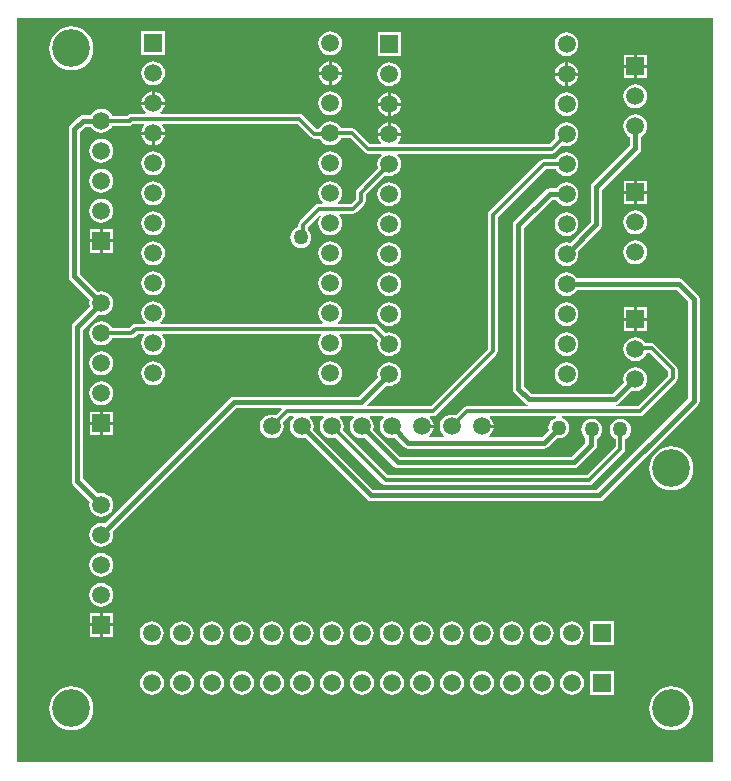
<source format=gbl>
G04*
G04 #@! TF.GenerationSoftware,Altium Limited,Altium Designer,20.1.8 (145)*
G04*
G04 Layer_Physical_Order=2*
G04 Layer_Color=16711680*
%FSLAX25Y25*%
%MOIN*%
G70*
G04*
G04 #@! TF.SameCoordinates,D239A609-AEFB-48DA-8D67-1FFB9F5ED150*
G04*
G04*
G04 #@! TF.FilePolarity,Positive*
G04*
G01*
G75*
%ADD11C,0.01000*%
%ADD19C,0.01799*%
%ADD20C,0.01201*%
%ADD21C,0.05906*%
%ADD22R,0.05906X0.05906*%
%ADD23R,0.05906X0.05906*%
%ADD24C,0.12598*%
%ADD25C,0.05000*%
G36*
X234000Y2000D02*
X2000D01*
Y250000D01*
X234000D01*
Y2000D01*
D02*
G37*
%LPC*%
G36*
X51197Y245685D02*
X43291D01*
Y237779D01*
X51197D01*
Y245685D01*
D02*
G37*
G36*
X106299Y245719D02*
X105267Y245583D01*
X104306Y245185D01*
X103480Y244551D01*
X102847Y243726D01*
X102448Y242764D01*
X102312Y241732D01*
X102448Y240700D01*
X102847Y239739D01*
X103480Y238913D01*
X104306Y238280D01*
X105267Y237881D01*
X106299Y237745D01*
X107331Y237881D01*
X108293Y238280D01*
X109118Y238913D01*
X109752Y239739D01*
X110150Y240700D01*
X110286Y241732D01*
X110150Y242764D01*
X109752Y243726D01*
X109118Y244551D01*
X108293Y245185D01*
X107331Y245583D01*
X106299Y245719D01*
D02*
G37*
G36*
X129937Y245370D02*
X122031D01*
Y237465D01*
X129937D01*
Y245370D01*
D02*
G37*
G36*
X185039Y245404D02*
X184008Y245268D01*
X183046Y244870D01*
X182220Y244236D01*
X181587Y243411D01*
X181188Y242449D01*
X181052Y241417D01*
X181188Y240385D01*
X181587Y239424D01*
X182220Y238598D01*
X183046Y237965D01*
X184008Y237566D01*
X185039Y237431D01*
X186071Y237566D01*
X187033Y237965D01*
X187858Y238598D01*
X188492Y239424D01*
X188890Y240385D01*
X189026Y241417D01*
X188890Y242449D01*
X188492Y243411D01*
X187858Y244236D01*
X187033Y244870D01*
X186071Y245268D01*
X185039Y245404D01*
D02*
G37*
G36*
X211953Y237953D02*
X208500D01*
Y234500D01*
X211953D01*
Y237953D01*
D02*
G37*
G36*
X207500D02*
X204047D01*
Y234500D01*
X207500D01*
Y237953D01*
D02*
G37*
G36*
X20000Y247335D02*
X18569Y247194D01*
X17193Y246776D01*
X15925Y246098D01*
X14814Y245186D01*
X13902Y244075D01*
X13224Y242807D01*
X12806Y241431D01*
X12665Y240000D01*
X12806Y238569D01*
X13224Y237193D01*
X13902Y235925D01*
X14814Y234814D01*
X15925Y233902D01*
X17193Y233224D01*
X18569Y232806D01*
X20000Y232665D01*
X21431Y232806D01*
X22807Y233224D01*
X24075Y233902D01*
X25186Y234814D01*
X26098Y235925D01*
X26776Y237193D01*
X27194Y238569D01*
X27334Y240000D01*
X27194Y241431D01*
X26776Y242807D01*
X26098Y244075D01*
X25186Y245186D01*
X24075Y246098D01*
X22807Y246776D01*
X21431Y247194D01*
X20000Y247335D01*
D02*
G37*
G36*
X106799Y235653D02*
Y232232D01*
X110220D01*
X110150Y232764D01*
X109752Y233726D01*
X109118Y234551D01*
X108293Y235185D01*
X107331Y235583D01*
X106799Y235653D01*
D02*
G37*
G36*
X105799D02*
X105267Y235583D01*
X104306Y235185D01*
X103480Y234551D01*
X102847Y233726D01*
X102448Y232764D01*
X102378Y232232D01*
X105799D01*
Y235653D01*
D02*
G37*
G36*
X185539Y235338D02*
Y231917D01*
X188960D01*
X188890Y232449D01*
X188492Y233411D01*
X187858Y234237D01*
X187033Y234870D01*
X186071Y235268D01*
X185539Y235338D01*
D02*
G37*
G36*
X184539D02*
X184008Y235268D01*
X183046Y234870D01*
X182220Y234237D01*
X181587Y233411D01*
X181188Y232449D01*
X181118Y231917D01*
X184539D01*
Y235338D01*
D02*
G37*
G36*
X211953Y233500D02*
X208500D01*
Y230047D01*
X211953D01*
Y233500D01*
D02*
G37*
G36*
X207500D02*
X204047D01*
Y230047D01*
X207500D01*
Y233500D01*
D02*
G37*
G36*
X110220Y231232D02*
X106799D01*
Y227811D01*
X107331Y227881D01*
X108293Y228280D01*
X109118Y228913D01*
X109752Y229739D01*
X110150Y230700D01*
X110220Y231232D01*
D02*
G37*
G36*
X105799D02*
X102378D01*
X102448Y230700D01*
X102847Y229739D01*
X103480Y228913D01*
X104306Y228280D01*
X105267Y227881D01*
X105799Y227811D01*
Y231232D01*
D02*
G37*
G36*
X47244Y235719D02*
X46212Y235583D01*
X45251Y235185D01*
X44425Y234551D01*
X43791Y233726D01*
X43393Y232764D01*
X43257Y231732D01*
X43393Y230700D01*
X43791Y229739D01*
X44425Y228913D01*
X45251Y228280D01*
X46212Y227881D01*
X47244Y227745D01*
X48276Y227881D01*
X49237Y228280D01*
X50063Y228913D01*
X50697Y229739D01*
X51095Y230700D01*
X51231Y231732D01*
X51095Y232764D01*
X50697Y233726D01*
X50063Y234551D01*
X49237Y235185D01*
X48276Y235583D01*
X47244Y235719D01*
D02*
G37*
G36*
X184539Y230917D02*
X181118D01*
X181188Y230385D01*
X181587Y229424D01*
X182220Y228598D01*
X183046Y227965D01*
X184008Y227566D01*
X184539Y227496D01*
Y230917D01*
D02*
G37*
G36*
X188960D02*
X185539D01*
Y227496D01*
X186071Y227566D01*
X187033Y227965D01*
X187858Y228598D01*
X188492Y229424D01*
X188890Y230385D01*
X188960Y230917D01*
D02*
G37*
G36*
X125984Y235404D02*
X124952Y235268D01*
X123991Y234870D01*
X123165Y234237D01*
X122531Y233411D01*
X122133Y232449D01*
X121997Y231417D01*
X122133Y230385D01*
X122531Y229424D01*
X123165Y228598D01*
X123991Y227965D01*
X124952Y227566D01*
X125984Y227431D01*
X127016Y227566D01*
X127978Y227965D01*
X128803Y228598D01*
X129437Y229424D01*
X129835Y230385D01*
X129971Y231417D01*
X129835Y232449D01*
X129437Y233411D01*
X128803Y234237D01*
X127978Y234870D01*
X127016Y235268D01*
X125984Y235404D01*
D02*
G37*
G36*
X47744Y225653D02*
Y222232D01*
X51165D01*
X51095Y222764D01*
X50697Y223726D01*
X50063Y224551D01*
X49237Y225185D01*
X48276Y225583D01*
X47744Y225653D01*
D02*
G37*
G36*
X46744D02*
X46212Y225583D01*
X45251Y225185D01*
X44425Y224551D01*
X43791Y223726D01*
X43393Y222764D01*
X43323Y222232D01*
X46744D01*
Y225653D01*
D02*
G37*
G36*
X126484Y225338D02*
Y221917D01*
X129905D01*
X129835Y222449D01*
X129437Y223411D01*
X128803Y224236D01*
X127978Y224870D01*
X127016Y225268D01*
X126484Y225338D01*
D02*
G37*
G36*
X125484D02*
X124952Y225268D01*
X123991Y224870D01*
X123165Y224236D01*
X122531Y223411D01*
X122133Y222449D01*
X122063Y221917D01*
X125484D01*
Y225338D01*
D02*
G37*
G36*
X208000Y227987D02*
X206968Y227851D01*
X206007Y227453D01*
X205181Y226819D01*
X204547Y225993D01*
X204149Y225032D01*
X204013Y224000D01*
X204149Y222968D01*
X204547Y222007D01*
X205181Y221181D01*
X206007Y220547D01*
X206968Y220149D01*
X208000Y220013D01*
X209032Y220149D01*
X209993Y220547D01*
X210819Y221181D01*
X211453Y222007D01*
X211851Y222968D01*
X211987Y224000D01*
X211851Y225032D01*
X211453Y225993D01*
X210819Y226819D01*
X209993Y227453D01*
X209032Y227851D01*
X208000Y227987D01*
D02*
G37*
G36*
X106299Y225719D02*
X105267Y225583D01*
X104306Y225185D01*
X103480Y224551D01*
X102847Y223726D01*
X102448Y222764D01*
X102312Y221732D01*
X102448Y220700D01*
X102847Y219739D01*
X103480Y218913D01*
X104306Y218280D01*
X105267Y217881D01*
X106299Y217745D01*
X107331Y217881D01*
X108293Y218280D01*
X109118Y218913D01*
X109752Y219739D01*
X110150Y220700D01*
X110286Y221732D01*
X110150Y222764D01*
X109752Y223726D01*
X109118Y224551D01*
X108293Y225185D01*
X107331Y225583D01*
X106299Y225719D01*
D02*
G37*
G36*
X51165Y221232D02*
X47244D01*
X43323D01*
X43393Y220700D01*
X43791Y219739D01*
X44425Y218913D01*
X44792Y218632D01*
X44622Y218132D01*
X40000D01*
X39376Y218007D01*
X38846Y217654D01*
X38690Y217498D01*
X33602D01*
X33453Y217860D01*
X32819Y218685D01*
X31993Y219319D01*
X31032Y219717D01*
X30000Y219853D01*
X28968Y219717D01*
X28007Y219319D01*
X27181Y218685D01*
X26547Y217860D01*
X26524Y217803D01*
X23866D01*
X23125Y217655D01*
X22497Y217236D01*
X19631Y214370D01*
X19211Y213741D01*
X19063Y213000D01*
Y164000D01*
X19211Y163259D01*
X19631Y162630D01*
X26172Y156088D01*
X26149Y156032D01*
X26013Y155000D01*
X26149Y153968D01*
X26172Y153911D01*
X20630Y148370D01*
X20211Y147741D01*
X20063Y147000D01*
Y95835D01*
X20211Y95094D01*
X20630Y94465D01*
X26172Y88923D01*
X26149Y88867D01*
X26013Y87835D01*
X26149Y86803D01*
X26547Y85841D01*
X27181Y85015D01*
X28007Y84382D01*
X28968Y83984D01*
X30000Y83848D01*
X31032Y83984D01*
X31993Y84382D01*
X32819Y85015D01*
X33453Y85841D01*
X33851Y86803D01*
X33987Y87835D01*
X33851Y88867D01*
X33453Y89828D01*
X32819Y90654D01*
X31993Y91287D01*
X31032Y91686D01*
X30000Y91821D01*
X28968Y91686D01*
X28912Y91662D01*
X23937Y96637D01*
Y146198D01*
X28912Y151172D01*
X28968Y151149D01*
X30000Y151013D01*
X31032Y151149D01*
X31993Y151547D01*
X32819Y152181D01*
X33453Y153007D01*
X33851Y153968D01*
X33987Y155000D01*
X33851Y156032D01*
X33453Y156993D01*
X32819Y157819D01*
X31993Y158453D01*
X31032Y158851D01*
X30000Y158987D01*
X28968Y158851D01*
X28912Y158828D01*
X22937Y164802D01*
Y212198D01*
X24668Y213929D01*
X26524D01*
X26547Y213873D01*
X27181Y213047D01*
X28007Y212413D01*
X28968Y212015D01*
X30000Y211879D01*
X31032Y212015D01*
X31993Y212413D01*
X32819Y213047D01*
X33453Y213873D01*
X33602Y214234D01*
X39366D01*
X39991Y214359D01*
X40520Y214712D01*
X40676Y214868D01*
X44050D01*
X44284Y214368D01*
X43791Y213726D01*
X43393Y212764D01*
X43323Y212232D01*
X47244D01*
X51165D01*
X51095Y212764D01*
X50697Y213726D01*
X50204Y214368D01*
X50438Y214868D01*
X95324D01*
X99846Y210346D01*
X100376Y209993D01*
X101000Y209868D01*
X102793D01*
X102847Y209739D01*
X103480Y208913D01*
X104306Y208280D01*
X105267Y207881D01*
X106299Y207745D01*
X107331Y207881D01*
X108293Y208280D01*
X109118Y208913D01*
X109752Y209739D01*
X109902Y210101D01*
X112994D01*
X117748Y205346D01*
X118278Y204993D01*
X118902Y204868D01*
X123211D01*
X123372Y204395D01*
X123165Y204237D01*
X122531Y203411D01*
X122133Y202449D01*
X121997Y201417D01*
X122133Y200385D01*
X122283Y200024D01*
X115346Y193087D01*
X114992Y192558D01*
X114868Y191933D01*
Y189676D01*
X113324Y188132D01*
X108921D01*
X108752Y188632D01*
X109118Y188913D01*
X109752Y189739D01*
X110150Y190700D01*
X110286Y191732D01*
X110150Y192764D01*
X109752Y193726D01*
X109118Y194551D01*
X108293Y195185D01*
X107331Y195583D01*
X106299Y195719D01*
X105267Y195583D01*
X104306Y195185D01*
X103480Y194551D01*
X102847Y193726D01*
X102448Y192764D01*
X102312Y191732D01*
X102448Y190700D01*
X102847Y189739D01*
X103480Y188913D01*
X103847Y188632D01*
X103677Y188132D01*
X102500D01*
X101876Y188007D01*
X101346Y187654D01*
X96073Y182381D01*
X95719Y181851D01*
X95595Y181227D01*
Y180411D01*
X95586Y180410D01*
X94735Y180057D01*
X94004Y179496D01*
X93443Y178765D01*
X93090Y177914D01*
X92970Y177000D01*
X93090Y176086D01*
X93443Y175235D01*
X94004Y174504D01*
X94735Y173943D01*
X95586Y173590D01*
X96500Y173470D01*
X97414Y173590D01*
X98265Y173943D01*
X98996Y174504D01*
X99557Y175235D01*
X99910Y176086D01*
X100030Y177000D01*
X99910Y177914D01*
X99557Y178765D01*
X98996Y179496D01*
X98859Y179602D01*
Y180551D01*
X102820Y184512D01*
X103196Y184181D01*
X102847Y183726D01*
X102448Y182764D01*
X102312Y181732D01*
X102448Y180700D01*
X102847Y179739D01*
X103480Y178913D01*
X104306Y178280D01*
X105267Y177881D01*
X106299Y177745D01*
X107331Y177881D01*
X108293Y178280D01*
X109118Y178913D01*
X109752Y179739D01*
X110150Y180700D01*
X110286Y181732D01*
X110150Y182764D01*
X109752Y183726D01*
X109259Y184368D01*
X109494Y184868D01*
X114000D01*
X114624Y184993D01*
X115154Y185346D01*
X117654Y187846D01*
X118008Y188376D01*
X118132Y189000D01*
Y191257D01*
X124591Y197716D01*
X124952Y197566D01*
X125984Y197431D01*
X127016Y197566D01*
X127978Y197965D01*
X128803Y198598D01*
X129437Y199424D01*
X129835Y200385D01*
X129971Y201417D01*
X129835Y202449D01*
X129437Y203411D01*
X128803Y204237D01*
X128597Y204395D01*
X128758Y204868D01*
X180122D01*
X180746Y204993D01*
X181276Y205346D01*
X183646Y207716D01*
X184008Y207566D01*
X185039Y207431D01*
X186071Y207566D01*
X187033Y207965D01*
X187858Y208598D01*
X188492Y209424D01*
X188890Y210385D01*
X189026Y211417D01*
X188890Y212449D01*
X188492Y213411D01*
X187858Y214236D01*
X187033Y214870D01*
X186071Y215268D01*
X185039Y215404D01*
X184008Y215268D01*
X183046Y214870D01*
X182220Y214236D01*
X181587Y213411D01*
X181188Y212449D01*
X181052Y211417D01*
X181188Y210385D01*
X181338Y210024D01*
X179446Y208132D01*
X128962D01*
X128871Y208398D01*
X128829Y208632D01*
X129437Y209424D01*
X129835Y210385D01*
X129905Y210917D01*
X125984D01*
X122063D01*
X122133Y210385D01*
X122531Y209424D01*
X123139Y208632D01*
X123097Y208398D01*
X123007Y208132D01*
X119578D01*
X114824Y212886D01*
X114295Y213240D01*
X113670Y213364D01*
X109902D01*
X109752Y213726D01*
X109118Y214551D01*
X108293Y215185D01*
X107331Y215583D01*
X106299Y215719D01*
X105267Y215583D01*
X104306Y215185D01*
X103480Y214551D01*
X102847Y213726D01*
X102601Y213132D01*
X101676D01*
X97154Y217654D01*
X96624Y218007D01*
X96000Y218132D01*
X49866D01*
X49696Y218632D01*
X50063Y218913D01*
X50697Y219739D01*
X51095Y220700D01*
X51165Y221232D01*
D02*
G37*
G36*
X129905Y220917D02*
X126484D01*
Y217496D01*
X127016Y217566D01*
X127978Y217965D01*
X128803Y218598D01*
X129437Y219424D01*
X129835Y220385D01*
X129905Y220917D01*
D02*
G37*
G36*
X125484D02*
X122063D01*
X122133Y220385D01*
X122531Y219424D01*
X123165Y218598D01*
X123991Y217965D01*
X124952Y217566D01*
X125484Y217496D01*
Y220917D01*
D02*
G37*
G36*
X185039Y225404D02*
X184008Y225268D01*
X183046Y224870D01*
X182220Y224236D01*
X181587Y223411D01*
X181188Y222449D01*
X181052Y221417D01*
X181188Y220385D01*
X181587Y219424D01*
X182220Y218598D01*
X183046Y217965D01*
X184008Y217566D01*
X185039Y217430D01*
X186071Y217566D01*
X187033Y217965D01*
X187858Y218598D01*
X188492Y219424D01*
X188890Y220385D01*
X189026Y221417D01*
X188890Y222449D01*
X188492Y223411D01*
X187858Y224236D01*
X187033Y224870D01*
X186071Y225268D01*
X185039Y225404D01*
D02*
G37*
G36*
X126484Y215338D02*
Y211917D01*
X129905D01*
X129835Y212449D01*
X129437Y213411D01*
X128803Y214236D01*
X127978Y214870D01*
X127016Y215268D01*
X126484Y215338D01*
D02*
G37*
G36*
X125484D02*
X124952Y215268D01*
X123991Y214870D01*
X123165Y214236D01*
X122531Y213411D01*
X122133Y212449D01*
X122063Y211917D01*
X125484D01*
Y215338D01*
D02*
G37*
G36*
X51165Y211232D02*
X47744D01*
Y207811D01*
X48276Y207881D01*
X49237Y208280D01*
X50063Y208913D01*
X50697Y209739D01*
X51095Y210700D01*
X51165Y211232D01*
D02*
G37*
G36*
X46744D02*
X43323D01*
X43393Y210700D01*
X43791Y209739D01*
X44425Y208913D01*
X45251Y208280D01*
X46212Y207881D01*
X46744Y207811D01*
Y211232D01*
D02*
G37*
G36*
X30000Y209853D02*
X28968Y209717D01*
X28007Y209319D01*
X27181Y208685D01*
X26547Y207860D01*
X26149Y206898D01*
X26013Y205866D01*
X26149Y204834D01*
X26547Y203873D01*
X27181Y203047D01*
X28007Y202413D01*
X28968Y202015D01*
X30000Y201879D01*
X31032Y202015D01*
X31993Y202413D01*
X32819Y203047D01*
X33453Y203873D01*
X33851Y204834D01*
X33987Y205866D01*
X33851Y206898D01*
X33453Y207860D01*
X32819Y208685D01*
X31993Y209319D01*
X31032Y209717D01*
X30000Y209853D01*
D02*
G37*
G36*
X106299Y205719D02*
X105267Y205583D01*
X104306Y205185D01*
X103480Y204551D01*
X102847Y203726D01*
X102448Y202764D01*
X102312Y201732D01*
X102448Y200700D01*
X102847Y199739D01*
X103480Y198913D01*
X104306Y198280D01*
X105267Y197881D01*
X106299Y197745D01*
X107331Y197881D01*
X108293Y198280D01*
X109118Y198913D01*
X109752Y199739D01*
X110150Y200700D01*
X110286Y201732D01*
X110150Y202764D01*
X109752Y203726D01*
X109118Y204551D01*
X108293Y205185D01*
X107331Y205583D01*
X106299Y205719D01*
D02*
G37*
G36*
X47244D02*
X46212Y205583D01*
X45251Y205185D01*
X44425Y204551D01*
X43791Y203726D01*
X43393Y202764D01*
X43257Y201732D01*
X43393Y200700D01*
X43791Y199739D01*
X44425Y198913D01*
X45251Y198280D01*
X46212Y197881D01*
X47244Y197745D01*
X48276Y197881D01*
X49237Y198280D01*
X50063Y198913D01*
X50697Y199739D01*
X51095Y200700D01*
X51231Y201732D01*
X51095Y202764D01*
X50697Y203726D01*
X50063Y204551D01*
X49237Y205185D01*
X48276Y205583D01*
X47244Y205719D01*
D02*
G37*
G36*
X185039Y205404D02*
X184008Y205268D01*
X183046Y204870D01*
X182220Y204237D01*
X181587Y203411D01*
X181437Y203049D01*
X177417D01*
X176793Y202925D01*
X176263Y202571D01*
X159346Y185654D01*
X158993Y185124D01*
X158868Y184500D01*
Y139676D01*
X139824Y120632D01*
X118591D01*
X118400Y121094D01*
X124896Y127590D01*
X124952Y127566D01*
X125984Y127430D01*
X127016Y127566D01*
X127978Y127965D01*
X128803Y128598D01*
X129437Y129424D01*
X129835Y130385D01*
X129971Y131417D01*
X129835Y132449D01*
X129437Y133411D01*
X128803Y134237D01*
X127978Y134870D01*
X127016Y135268D01*
X125984Y135404D01*
X124952Y135268D01*
X123991Y134870D01*
X123165Y134237D01*
X122531Y133411D01*
X122133Y132449D01*
X121997Y131417D01*
X122133Y130385D01*
X122157Y130329D01*
X115765Y123937D01*
X74165D01*
X73424Y123789D01*
X72796Y123370D01*
X31089Y81662D01*
X31032Y81686D01*
X30000Y81822D01*
X28968Y81686D01*
X28007Y81287D01*
X27181Y80654D01*
X26547Y79828D01*
X26149Y78866D01*
X26013Y77835D01*
X26149Y76803D01*
X26547Y75841D01*
X27181Y75015D01*
X28007Y74382D01*
X28968Y73984D01*
X30000Y73848D01*
X31032Y73984D01*
X31993Y74382D01*
X32819Y75015D01*
X33453Y75841D01*
X33851Y76803D01*
X33987Y77835D01*
X33851Y78866D01*
X33828Y78923D01*
X74968Y120063D01*
X89937D01*
X90128Y119601D01*
X88205Y117678D01*
X87843Y117827D01*
X86811Y117963D01*
X85779Y117827D01*
X84818Y117429D01*
X83992Y116796D01*
X83358Y115970D01*
X82960Y115008D01*
X82824Y113976D01*
X82960Y112944D01*
X83358Y111983D01*
X83992Y111157D01*
X84818Y110524D01*
X85779Y110125D01*
X86811Y109990D01*
X87843Y110125D01*
X88805Y110524D01*
X89630Y111157D01*
X90264Y111983D01*
X90662Y112944D01*
X90798Y113976D01*
X90662Y115008D01*
X90512Y115370D01*
X92510Y117368D01*
X93960D01*
X94121Y116895D01*
X93992Y116796D01*
X93358Y115970D01*
X92960Y115008D01*
X92824Y113976D01*
X92960Y112944D01*
X93358Y111983D01*
X93992Y111157D01*
X94818Y110524D01*
X95779Y110125D01*
X96811Y109990D01*
X97843Y110125D01*
X97900Y110149D01*
X118418Y89631D01*
X119046Y89211D01*
X119787Y89063D01*
X196000D01*
X196741Y89211D01*
X197370Y89631D01*
X228870Y121131D01*
X229289Y121759D01*
X229437Y122500D01*
Y156500D01*
X229289Y157241D01*
X228870Y157870D01*
X223952Y162787D01*
X223324Y163207D01*
X222583Y163354D01*
X188515D01*
X188492Y163411D01*
X187858Y164236D01*
X187033Y164870D01*
X186071Y165268D01*
X185039Y165404D01*
X184008Y165268D01*
X183046Y164870D01*
X182220Y164236D01*
X181587Y163411D01*
X181188Y162449D01*
X181052Y161417D01*
X181188Y160385D01*
X181587Y159424D01*
X182220Y158598D01*
X183046Y157965D01*
X184008Y157566D01*
X185039Y157431D01*
X186071Y157566D01*
X187033Y157965D01*
X187858Y158598D01*
X188492Y159424D01*
X188515Y159481D01*
X221780D01*
X225563Y155698D01*
Y123302D01*
X195198Y92937D01*
X120590D01*
X100639Y112888D01*
X100662Y112944D01*
X100798Y113976D01*
X100662Y115008D01*
X100264Y115970D01*
X99630Y116796D01*
X99501Y116895D01*
X99661Y117368D01*
X103961D01*
X104121Y116895D01*
X103992Y116796D01*
X103358Y115970D01*
X102960Y115008D01*
X102824Y113976D01*
X102960Y112944D01*
X103358Y111983D01*
X103992Y111157D01*
X104818Y110524D01*
X105779Y110125D01*
X106811Y109990D01*
X107843Y110125D01*
X108205Y110275D01*
X123634Y94846D01*
X124163Y94493D01*
X124787Y94368D01*
X192500D01*
X193124Y94493D01*
X193654Y94846D01*
X204154Y105346D01*
X204507Y105876D01*
X204632Y106500D01*
Y109888D01*
X204765Y109943D01*
X205496Y110504D01*
X206057Y111235D01*
X206410Y112086D01*
X206530Y113000D01*
X206410Y113914D01*
X206057Y114765D01*
X205496Y115496D01*
X204765Y116057D01*
X203914Y116410D01*
X203000Y116530D01*
X202086Y116410D01*
X201235Y116057D01*
X200504Y115496D01*
X199943Y114765D01*
X199590Y113914D01*
X199470Y113000D01*
X199590Y112086D01*
X199943Y111235D01*
X200504Y110504D01*
X201235Y109943D01*
X201368Y109888D01*
Y107176D01*
X191824Y97632D01*
X125463D01*
X110512Y112583D01*
X110662Y112944D01*
X110798Y113976D01*
X110662Y115008D01*
X110264Y115970D01*
X109630Y116796D01*
X109501Y116895D01*
X109661Y117368D01*
X113961D01*
X114121Y116895D01*
X113992Y116796D01*
X113358Y115970D01*
X112960Y115008D01*
X112824Y113976D01*
X112960Y112944D01*
X113358Y111983D01*
X113992Y111157D01*
X114818Y110524D01*
X115779Y110125D01*
X116811Y109990D01*
X117843Y110125D01*
X117900Y110149D01*
X127418Y100630D01*
X128046Y100211D01*
X128787Y100063D01*
X187500D01*
X188241Y100211D01*
X188870Y100630D01*
X194671Y106432D01*
X195091Y107060D01*
X195238Y107801D01*
Y109932D01*
X195265Y109943D01*
X195996Y110504D01*
X196557Y111235D01*
X196910Y112086D01*
X197030Y113000D01*
X196910Y113914D01*
X196557Y114765D01*
X195996Y115496D01*
X195265Y116057D01*
X194414Y116410D01*
X193500Y116530D01*
X192586Y116410D01*
X191735Y116057D01*
X191004Y115496D01*
X190443Y114765D01*
X190090Y113914D01*
X189970Y113000D01*
X190090Y112086D01*
X190443Y111235D01*
X191004Y110504D01*
X191364Y110227D01*
Y108603D01*
X186698Y103937D01*
X129590D01*
X120639Y112888D01*
X120662Y112944D01*
X120798Y113976D01*
X120662Y115008D01*
X120264Y115970D01*
X119630Y116796D01*
X119501Y116895D01*
X119661Y117368D01*
X123960D01*
X124121Y116895D01*
X123992Y116796D01*
X123358Y115970D01*
X122960Y115008D01*
X122824Y113976D01*
X122960Y112944D01*
X123358Y111983D01*
X123992Y111157D01*
X124818Y110524D01*
X125779Y110125D01*
X126811Y109990D01*
X127843Y110125D01*
X127900Y110149D01*
X130918Y107131D01*
X131546Y106711D01*
X132287Y106563D01*
X177500D01*
X178241Y106711D01*
X178869Y107131D01*
X181801Y110062D01*
X182500Y109970D01*
X183414Y110090D01*
X184265Y110443D01*
X184996Y111004D01*
X185557Y111735D01*
X185910Y112586D01*
X186030Y113500D01*
X185910Y114414D01*
X185557Y115265D01*
X184996Y115996D01*
X184265Y116557D01*
X183514Y116868D01*
X183614Y117368D01*
X209500D01*
X210124Y117492D01*
X210654Y117846D01*
X221654Y128846D01*
X222007Y129376D01*
X222132Y130000D01*
Y133000D01*
X222007Y133624D01*
X221654Y134154D01*
X214654Y141154D01*
X214124Y141507D01*
X213500Y141632D01*
X211505D01*
X211453Y141757D01*
X210819Y142583D01*
X209993Y143217D01*
X209032Y143615D01*
X208000Y143751D01*
X206968Y143615D01*
X206007Y143217D01*
X205181Y142583D01*
X204547Y141757D01*
X204149Y140796D01*
X204013Y139764D01*
X204149Y138732D01*
X204547Y137770D01*
X205181Y136945D01*
X206007Y136311D01*
X206968Y135913D01*
X208000Y135777D01*
X209032Y135913D01*
X209993Y136311D01*
X210819Y136945D01*
X211453Y137770D01*
X211700Y138368D01*
X212824D01*
X218868Y132324D01*
Y130676D01*
X208824Y120632D01*
X201630D01*
X201581Y121132D01*
X201977Y121211D01*
X202606Y121631D01*
X206911Y125936D01*
X206968Y125913D01*
X208000Y125777D01*
X209032Y125913D01*
X209993Y126311D01*
X210819Y126945D01*
X211453Y127770D01*
X211851Y128732D01*
X211987Y129764D01*
X211851Y130796D01*
X211453Y131757D01*
X210819Y132583D01*
X209993Y133217D01*
X209032Y133615D01*
X208000Y133751D01*
X206968Y133615D01*
X206007Y133217D01*
X205181Y132583D01*
X204547Y131757D01*
X204149Y130796D01*
X204013Y129764D01*
X204149Y128732D01*
X204172Y128675D01*
X200434Y124937D01*
X173302D01*
X170937Y127302D01*
Y180198D01*
X180190Y189451D01*
X181575D01*
X181587Y189424D01*
X182220Y188598D01*
X183046Y187965D01*
X184008Y187566D01*
X185039Y187431D01*
X186071Y187566D01*
X187033Y187965D01*
X187858Y188598D01*
X188492Y189424D01*
X188890Y190385D01*
X189026Y191417D01*
X188890Y192449D01*
X188492Y193411D01*
X187858Y194237D01*
X187033Y194870D01*
X186071Y195268D01*
X185039Y195404D01*
X184008Y195268D01*
X183046Y194870D01*
X182220Y194237D01*
X181587Y193411D01*
X181551Y193325D01*
X179388D01*
X178647Y193177D01*
X178018Y192757D01*
X167631Y182369D01*
X167211Y181741D01*
X167063Y181000D01*
Y126500D01*
X167211Y125759D01*
X167631Y125130D01*
X171131Y121631D01*
X171759Y121211D01*
X172155Y121132D01*
X172106Y120632D01*
X151835D01*
X151210Y120508D01*
X150681Y120154D01*
X148205Y117678D01*
X147843Y117827D01*
X146811Y117963D01*
X145779Y117827D01*
X144818Y117429D01*
X143992Y116796D01*
X143358Y115970D01*
X142960Y115008D01*
X142824Y113976D01*
X142960Y112944D01*
X143358Y111983D01*
X143992Y111157D01*
X144279Y110937D01*
X144109Y110437D01*
X139513D01*
X139343Y110937D01*
X139630Y111157D01*
X140264Y111983D01*
X140662Y112944D01*
X140732Y113476D01*
X136811D01*
Y114476D01*
X140732D01*
X140662Y115008D01*
X140264Y115970D01*
X139630Y116796D01*
X139501Y116895D01*
X139662Y117368D01*
X140500D01*
X141124Y117492D01*
X141654Y117846D01*
X161654Y137846D01*
X162007Y138376D01*
X162132Y139000D01*
Y183824D01*
X178093Y199786D01*
X181437D01*
X181587Y199424D01*
X182220Y198598D01*
X183046Y197965D01*
X184008Y197566D01*
X185039Y197431D01*
X186071Y197566D01*
X187033Y197965D01*
X187858Y198598D01*
X188492Y199424D01*
X188890Y200385D01*
X189026Y201417D01*
X188890Y202449D01*
X188492Y203411D01*
X187858Y204237D01*
X187033Y204870D01*
X186071Y205268D01*
X185039Y205404D01*
D02*
G37*
G36*
X211953Y195953D02*
X208500D01*
Y192500D01*
X211953D01*
Y195953D01*
D02*
G37*
G36*
X207500D02*
X204047D01*
Y192500D01*
X207500D01*
Y195953D01*
D02*
G37*
G36*
X30000Y199853D02*
X28968Y199717D01*
X28007Y199319D01*
X27181Y198685D01*
X26547Y197860D01*
X26149Y196898D01*
X26013Y195866D01*
X26149Y194834D01*
X26547Y193873D01*
X27181Y193047D01*
X28007Y192413D01*
X28968Y192015D01*
X30000Y191879D01*
X31032Y192015D01*
X31993Y192413D01*
X32819Y193047D01*
X33453Y193873D01*
X33851Y194834D01*
X33987Y195866D01*
X33851Y196898D01*
X33453Y197860D01*
X32819Y198685D01*
X31993Y199319D01*
X31032Y199717D01*
X30000Y199853D01*
D02*
G37*
G36*
X211953Y191500D02*
X208500D01*
Y188047D01*
X211953D01*
Y191500D01*
D02*
G37*
G36*
X207500D02*
X204047D01*
Y188047D01*
X207500D01*
Y191500D01*
D02*
G37*
G36*
X47244Y195719D02*
X46212Y195583D01*
X45251Y195185D01*
X44425Y194551D01*
X43791Y193726D01*
X43393Y192764D01*
X43257Y191732D01*
X43393Y190700D01*
X43791Y189739D01*
X44425Y188913D01*
X45251Y188280D01*
X46212Y187881D01*
X47244Y187745D01*
X48276Y187881D01*
X49237Y188280D01*
X50063Y188913D01*
X50697Y189739D01*
X51095Y190700D01*
X51231Y191732D01*
X51095Y192764D01*
X50697Y193726D01*
X50063Y194551D01*
X49237Y195185D01*
X48276Y195583D01*
X47244Y195719D01*
D02*
G37*
G36*
X125984Y195404D02*
X124952Y195268D01*
X123991Y194870D01*
X123165Y194237D01*
X122531Y193411D01*
X122133Y192449D01*
X121997Y191417D01*
X122133Y190385D01*
X122531Y189424D01*
X123165Y188598D01*
X123991Y187965D01*
X124952Y187566D01*
X125984Y187431D01*
X127016Y187566D01*
X127978Y187965D01*
X128803Y188598D01*
X129437Y189424D01*
X129835Y190385D01*
X129971Y191417D01*
X129835Y192449D01*
X129437Y193411D01*
X128803Y194237D01*
X127978Y194870D01*
X127016Y195268D01*
X125984Y195404D01*
D02*
G37*
G36*
X30000Y189853D02*
X28968Y189717D01*
X28007Y189319D01*
X27181Y188685D01*
X26547Y187860D01*
X26149Y186898D01*
X26013Y185866D01*
X26149Y184834D01*
X26547Y183873D01*
X27181Y183047D01*
X28007Y182413D01*
X28968Y182015D01*
X30000Y181879D01*
X31032Y182015D01*
X31993Y182413D01*
X32819Y183047D01*
X33453Y183873D01*
X33851Y184834D01*
X33987Y185866D01*
X33851Y186898D01*
X33453Y187860D01*
X32819Y188685D01*
X31993Y189319D01*
X31032Y189717D01*
X30000Y189853D01*
D02*
G37*
G36*
X208000Y185987D02*
X206968Y185851D01*
X206007Y185453D01*
X205181Y184819D01*
X204547Y183993D01*
X204149Y183032D01*
X204013Y182000D01*
X204149Y180968D01*
X204547Y180007D01*
X205181Y179181D01*
X206007Y178547D01*
X206968Y178149D01*
X208000Y178013D01*
X209032Y178149D01*
X209993Y178547D01*
X210819Y179181D01*
X211453Y180007D01*
X211851Y180968D01*
X211987Y182000D01*
X211851Y183032D01*
X211453Y183993D01*
X210819Y184819D01*
X209993Y185453D01*
X209032Y185851D01*
X208000Y185987D01*
D02*
G37*
G36*
X47244Y185719D02*
X46212Y185583D01*
X45251Y185185D01*
X44425Y184551D01*
X43791Y183726D01*
X43393Y182764D01*
X43257Y181732D01*
X43393Y180700D01*
X43791Y179739D01*
X44425Y178913D01*
X45251Y178280D01*
X46212Y177881D01*
X47244Y177745D01*
X48276Y177881D01*
X49237Y178280D01*
X50063Y178913D01*
X50697Y179739D01*
X51095Y180700D01*
X51231Y181732D01*
X51095Y182764D01*
X50697Y183726D01*
X50063Y184551D01*
X49237Y185185D01*
X48276Y185583D01*
X47244Y185719D01*
D02*
G37*
G36*
X185039Y185404D02*
X184008Y185268D01*
X183046Y184870D01*
X182220Y184237D01*
X181587Y183411D01*
X181188Y182449D01*
X181052Y181417D01*
X181188Y180385D01*
X181587Y179424D01*
X182220Y178598D01*
X183046Y177965D01*
X184008Y177566D01*
X185039Y177430D01*
X186071Y177566D01*
X187033Y177965D01*
X187858Y178598D01*
X188492Y179424D01*
X188890Y180385D01*
X189026Y181417D01*
X188890Y182449D01*
X188492Y183411D01*
X187858Y184237D01*
X187033Y184870D01*
X186071Y185268D01*
X185039Y185404D01*
D02*
G37*
G36*
X125984D02*
X124952Y185268D01*
X123991Y184870D01*
X123165Y184237D01*
X122531Y183411D01*
X122133Y182449D01*
X121997Y181417D01*
X122133Y180385D01*
X122531Y179424D01*
X123165Y178598D01*
X123991Y177965D01*
X124952Y177566D01*
X125984Y177430D01*
X127016Y177566D01*
X127978Y177965D01*
X128803Y178598D01*
X129437Y179424D01*
X129835Y180385D01*
X129971Y181417D01*
X129835Y182449D01*
X129437Y183411D01*
X128803Y184237D01*
X127978Y184870D01*
X127016Y185268D01*
X125984Y185404D01*
D02*
G37*
G36*
X33953Y179819D02*
X30500D01*
Y176366D01*
X33953D01*
Y179819D01*
D02*
G37*
G36*
X29500D02*
X26047D01*
Y176366D01*
X29500D01*
Y179819D01*
D02*
G37*
G36*
X208000Y217987D02*
X206968Y217851D01*
X206007Y217453D01*
X205181Y216819D01*
X204547Y215993D01*
X204149Y215032D01*
X204013Y214000D01*
X204149Y212968D01*
X204547Y212007D01*
X205181Y211181D01*
X206007Y210547D01*
X206063Y210524D01*
Y207497D01*
X193631Y195064D01*
X193211Y194436D01*
X193063Y193694D01*
Y182180D01*
X186128Y175245D01*
X186071Y175268D01*
X185039Y175404D01*
X184008Y175268D01*
X183046Y174870D01*
X182220Y174237D01*
X181587Y173411D01*
X181188Y172449D01*
X181052Y171417D01*
X181188Y170385D01*
X181587Y169424D01*
X182220Y168598D01*
X183046Y167965D01*
X184008Y167566D01*
X185039Y167430D01*
X186071Y167566D01*
X187033Y167965D01*
X187858Y168598D01*
X188492Y169424D01*
X188890Y170385D01*
X189026Y171417D01*
X188890Y172449D01*
X188867Y172506D01*
X196370Y180008D01*
X196789Y180637D01*
X196937Y181378D01*
Y192892D01*
X209369Y205325D01*
X209789Y205953D01*
X209937Y206694D01*
Y210524D01*
X209993Y210547D01*
X210819Y211181D01*
X211453Y212007D01*
X211851Y212968D01*
X211987Y214000D01*
X211851Y215032D01*
X211453Y215993D01*
X210819Y216819D01*
X209993Y217453D01*
X209032Y217851D01*
X208000Y217987D01*
D02*
G37*
G36*
X33953Y175366D02*
X30500D01*
Y171913D01*
X33953D01*
Y175366D01*
D02*
G37*
G36*
X29500D02*
X26047D01*
Y171913D01*
X29500D01*
Y175366D01*
D02*
G37*
G36*
X208000Y175987D02*
X206968Y175851D01*
X206007Y175453D01*
X205181Y174819D01*
X204547Y173993D01*
X204149Y173032D01*
X204013Y172000D01*
X204149Y170968D01*
X204547Y170007D01*
X205181Y169181D01*
X206007Y168547D01*
X206968Y168149D01*
X208000Y168013D01*
X209032Y168149D01*
X209993Y168547D01*
X210819Y169181D01*
X211453Y170007D01*
X211851Y170968D01*
X211987Y172000D01*
X211851Y173032D01*
X211453Y173993D01*
X210819Y174819D01*
X209993Y175453D01*
X209032Y175851D01*
X208000Y175987D01*
D02*
G37*
G36*
X106299Y175719D02*
X105267Y175583D01*
X104306Y175185D01*
X103480Y174551D01*
X102847Y173726D01*
X102448Y172764D01*
X102312Y171732D01*
X102448Y170700D01*
X102847Y169739D01*
X103480Y168913D01*
X104306Y168280D01*
X105267Y167881D01*
X106299Y167745D01*
X107331Y167881D01*
X108293Y168280D01*
X109118Y168913D01*
X109752Y169739D01*
X110150Y170700D01*
X110286Y171732D01*
X110150Y172764D01*
X109752Y173726D01*
X109118Y174551D01*
X108293Y175185D01*
X107331Y175583D01*
X106299Y175719D01*
D02*
G37*
G36*
X47244D02*
X46212Y175583D01*
X45251Y175185D01*
X44425Y174551D01*
X43791Y173726D01*
X43393Y172764D01*
X43257Y171732D01*
X43393Y170700D01*
X43791Y169739D01*
X44425Y168913D01*
X45251Y168280D01*
X46212Y167881D01*
X47244Y167745D01*
X48276Y167881D01*
X49237Y168280D01*
X50063Y168913D01*
X50697Y169739D01*
X51095Y170700D01*
X51231Y171732D01*
X51095Y172764D01*
X50697Y173726D01*
X50063Y174551D01*
X49237Y175185D01*
X48276Y175583D01*
X47244Y175719D01*
D02*
G37*
G36*
X125984Y175404D02*
X124952Y175268D01*
X123991Y174870D01*
X123165Y174237D01*
X122531Y173411D01*
X122133Y172449D01*
X121997Y171417D01*
X122133Y170385D01*
X122531Y169424D01*
X123165Y168598D01*
X123991Y167965D01*
X124952Y167566D01*
X125984Y167430D01*
X127016Y167566D01*
X127978Y167965D01*
X128803Y168598D01*
X129437Y169424D01*
X129835Y170385D01*
X129971Y171417D01*
X129835Y172449D01*
X129437Y173411D01*
X128803Y174237D01*
X127978Y174870D01*
X127016Y175268D01*
X125984Y175404D01*
D02*
G37*
G36*
X106299Y165719D02*
X105267Y165583D01*
X104306Y165185D01*
X103480Y164551D01*
X102847Y163726D01*
X102448Y162764D01*
X102312Y161732D01*
X102448Y160700D01*
X102847Y159739D01*
X103480Y158913D01*
X104306Y158280D01*
X105267Y157881D01*
X106299Y157745D01*
X107331Y157881D01*
X108293Y158280D01*
X109118Y158913D01*
X109752Y159739D01*
X110150Y160700D01*
X110286Y161732D01*
X110150Y162764D01*
X109752Y163726D01*
X109118Y164551D01*
X108293Y165185D01*
X107331Y165583D01*
X106299Y165719D01*
D02*
G37*
G36*
X47244D02*
X46212Y165583D01*
X45251Y165185D01*
X44425Y164551D01*
X43791Y163726D01*
X43393Y162764D01*
X43257Y161732D01*
X43393Y160700D01*
X43791Y159739D01*
X44425Y158913D01*
X45251Y158280D01*
X46212Y157881D01*
X47244Y157745D01*
X48276Y157881D01*
X49237Y158280D01*
X50063Y158913D01*
X50697Y159739D01*
X51095Y160700D01*
X51231Y161732D01*
X51095Y162764D01*
X50697Y163726D01*
X50063Y164551D01*
X49237Y165185D01*
X48276Y165583D01*
X47244Y165719D01*
D02*
G37*
G36*
X125984Y165404D02*
X124952Y165268D01*
X123991Y164870D01*
X123165Y164236D01*
X122531Y163411D01*
X122133Y162449D01*
X121997Y161417D01*
X122133Y160385D01*
X122531Y159424D01*
X123165Y158598D01*
X123991Y157965D01*
X124952Y157566D01*
X125984Y157431D01*
X127016Y157566D01*
X127978Y157965D01*
X128803Y158598D01*
X129437Y159424D01*
X129835Y160385D01*
X129971Y161417D01*
X129835Y162449D01*
X129437Y163411D01*
X128803Y164236D01*
X127978Y164870D01*
X127016Y165268D01*
X125984Y165404D01*
D02*
G37*
G36*
X211953Y153717D02*
X208500D01*
Y150264D01*
X211953D01*
Y153717D01*
D02*
G37*
G36*
X207500D02*
X204047D01*
Y150264D01*
X207500D01*
Y153717D01*
D02*
G37*
G36*
X106299Y155719D02*
X105267Y155583D01*
X104306Y155185D01*
X103480Y154551D01*
X102847Y153726D01*
X102448Y152764D01*
X102312Y151732D01*
X102448Y150700D01*
X102847Y149739D01*
X103480Y148913D01*
X103847Y148632D01*
X103677Y148132D01*
X49866D01*
X49696Y148632D01*
X50063Y148913D01*
X50697Y149739D01*
X51095Y150700D01*
X51231Y151732D01*
X51095Y152764D01*
X50697Y153726D01*
X50063Y154551D01*
X49237Y155185D01*
X48276Y155583D01*
X47244Y155719D01*
X46212Y155583D01*
X45251Y155185D01*
X44425Y154551D01*
X43791Y153726D01*
X43393Y152764D01*
X43257Y151732D01*
X43393Y150700D01*
X43791Y149739D01*
X44425Y148913D01*
X44792Y148632D01*
X44622Y148132D01*
X41500D01*
X40876Y148008D01*
X40346Y147654D01*
X39324Y146632D01*
X33602D01*
X33453Y146993D01*
X32819Y147819D01*
X31993Y148453D01*
X31032Y148851D01*
X30000Y148987D01*
X28968Y148851D01*
X28007Y148453D01*
X27181Y147819D01*
X26547Y146993D01*
X26149Y146032D01*
X26013Y145000D01*
X26149Y143968D01*
X26547Y143007D01*
X27181Y142181D01*
X28007Y141547D01*
X28968Y141149D01*
X30000Y141013D01*
X31032Y141149D01*
X31993Y141547D01*
X32819Y142181D01*
X33453Y143007D01*
X33602Y143368D01*
X40000D01*
X40624Y143492D01*
X41154Y143846D01*
X42176Y144868D01*
X44050D01*
X44284Y144368D01*
X43791Y143726D01*
X43393Y142764D01*
X43257Y141732D01*
X43393Y140700D01*
X43791Y139739D01*
X44425Y138913D01*
X45251Y138280D01*
X46212Y137881D01*
X47244Y137745D01*
X48276Y137881D01*
X49237Y138280D01*
X50063Y138913D01*
X50697Y139739D01*
X51095Y140700D01*
X51231Y141732D01*
X51095Y142764D01*
X50697Y143726D01*
X50204Y144368D01*
X50438Y144868D01*
X103105D01*
X103340Y144368D01*
X102847Y143726D01*
X102448Y142764D01*
X102312Y141732D01*
X102448Y140700D01*
X102847Y139739D01*
X103480Y138913D01*
X104306Y138280D01*
X105267Y137881D01*
X106299Y137745D01*
X107331Y137881D01*
X108293Y138280D01*
X109118Y138913D01*
X109752Y139739D01*
X110150Y140700D01*
X110286Y141732D01*
X110150Y142764D01*
X109752Y143726D01*
X109259Y144368D01*
X109494Y144868D01*
X120226D01*
X122283Y142811D01*
X122133Y142449D01*
X121997Y141417D01*
X122133Y140385D01*
X122531Y139424D01*
X123165Y138598D01*
X123991Y137965D01*
X124952Y137566D01*
X125984Y137431D01*
X127016Y137566D01*
X127978Y137965D01*
X128803Y138598D01*
X129437Y139424D01*
X129835Y140385D01*
X129971Y141417D01*
X129835Y142449D01*
X129437Y143411D01*
X128803Y144237D01*
X127978Y144870D01*
X127016Y145268D01*
X125984Y145404D01*
X124952Y145268D01*
X124591Y145118D01*
X122055Y147654D01*
X121526Y148008D01*
X120902Y148132D01*
X108921D01*
X108752Y148632D01*
X109118Y148913D01*
X109752Y149739D01*
X110150Y150700D01*
X110286Y151732D01*
X110150Y152764D01*
X109752Y153726D01*
X109118Y154551D01*
X108293Y155185D01*
X107331Y155583D01*
X106299Y155719D01*
D02*
G37*
G36*
X185039Y155404D02*
X184008Y155268D01*
X183046Y154870D01*
X182220Y154236D01*
X181587Y153411D01*
X181188Y152449D01*
X181052Y151417D01*
X181188Y150385D01*
X181587Y149424D01*
X182220Y148598D01*
X183046Y147965D01*
X184008Y147566D01*
X185039Y147431D01*
X186071Y147566D01*
X187033Y147965D01*
X187858Y148598D01*
X188492Y149424D01*
X188890Y150385D01*
X189026Y151417D01*
X188890Y152449D01*
X188492Y153411D01*
X187858Y154236D01*
X187033Y154870D01*
X186071Y155268D01*
X185039Y155404D01*
D02*
G37*
G36*
X125984D02*
X124952Y155268D01*
X123991Y154870D01*
X123165Y154236D01*
X122531Y153411D01*
X122133Y152449D01*
X121997Y151417D01*
X122133Y150385D01*
X122531Y149424D01*
X123165Y148598D01*
X123991Y147965D01*
X124952Y147566D01*
X125984Y147431D01*
X127016Y147566D01*
X127978Y147965D01*
X128803Y148598D01*
X129437Y149424D01*
X129835Y150385D01*
X129971Y151417D01*
X129835Y152449D01*
X129437Y153411D01*
X128803Y154236D01*
X127978Y154870D01*
X127016Y155268D01*
X125984Y155404D01*
D02*
G37*
G36*
X211953Y149264D02*
X208500D01*
Y145811D01*
X211953D01*
Y149264D01*
D02*
G37*
G36*
X207500D02*
X204047D01*
Y145811D01*
X207500D01*
Y149264D01*
D02*
G37*
G36*
X185039Y145404D02*
X184008Y145268D01*
X183046Y144870D01*
X182220Y144237D01*
X181587Y143411D01*
X181188Y142449D01*
X181052Y141417D01*
X181188Y140385D01*
X181587Y139424D01*
X182220Y138598D01*
X183046Y137965D01*
X184008Y137566D01*
X185039Y137431D01*
X186071Y137566D01*
X187033Y137965D01*
X187858Y138598D01*
X188492Y139424D01*
X188890Y140385D01*
X189026Y141417D01*
X188890Y142449D01*
X188492Y143411D01*
X187858Y144237D01*
X187033Y144870D01*
X186071Y145268D01*
X185039Y145404D01*
D02*
G37*
G36*
X30000Y138987D02*
X28968Y138851D01*
X28007Y138453D01*
X27181Y137819D01*
X26547Y136993D01*
X26149Y136032D01*
X26013Y135000D01*
X26149Y133968D01*
X26547Y133007D01*
X27181Y132181D01*
X28007Y131547D01*
X28968Y131149D01*
X30000Y131013D01*
X31032Y131149D01*
X31993Y131547D01*
X32819Y132181D01*
X33453Y133007D01*
X33851Y133968D01*
X33987Y135000D01*
X33851Y136032D01*
X33453Y136993D01*
X32819Y137819D01*
X31993Y138453D01*
X31032Y138851D01*
X30000Y138987D01*
D02*
G37*
G36*
X106299Y135719D02*
X105267Y135583D01*
X104306Y135185D01*
X103480Y134551D01*
X102847Y133726D01*
X102448Y132764D01*
X102312Y131732D01*
X102448Y130700D01*
X102847Y129739D01*
X103480Y128913D01*
X104306Y128280D01*
X105267Y127881D01*
X106299Y127745D01*
X107331Y127881D01*
X108293Y128280D01*
X109118Y128913D01*
X109752Y129739D01*
X110150Y130700D01*
X110286Y131732D01*
X110150Y132764D01*
X109752Y133726D01*
X109118Y134551D01*
X108293Y135185D01*
X107331Y135583D01*
X106299Y135719D01*
D02*
G37*
G36*
X47244D02*
X46212Y135583D01*
X45251Y135185D01*
X44425Y134551D01*
X43791Y133726D01*
X43393Y132764D01*
X43257Y131732D01*
X43393Y130700D01*
X43791Y129739D01*
X44425Y128913D01*
X45251Y128280D01*
X46212Y127881D01*
X47244Y127745D01*
X48276Y127881D01*
X49237Y128280D01*
X50063Y128913D01*
X50697Y129739D01*
X51095Y130700D01*
X51231Y131732D01*
X51095Y132764D01*
X50697Y133726D01*
X50063Y134551D01*
X49237Y135185D01*
X48276Y135583D01*
X47244Y135719D01*
D02*
G37*
G36*
X185039Y135404D02*
X184008Y135268D01*
X183046Y134870D01*
X182220Y134237D01*
X181587Y133411D01*
X181188Y132449D01*
X181052Y131417D01*
X181188Y130385D01*
X181587Y129424D01*
X182220Y128598D01*
X183046Y127965D01*
X184008Y127566D01*
X185039Y127430D01*
X186071Y127566D01*
X187033Y127965D01*
X187858Y128598D01*
X188492Y129424D01*
X188890Y130385D01*
X189026Y131417D01*
X188890Y132449D01*
X188492Y133411D01*
X187858Y134237D01*
X187033Y134870D01*
X186071Y135268D01*
X185039Y135404D01*
D02*
G37*
G36*
X30000Y128987D02*
X28968Y128851D01*
X28007Y128453D01*
X27181Y127819D01*
X26547Y126993D01*
X26149Y126032D01*
X26013Y125000D01*
X26149Y123968D01*
X26547Y123007D01*
X27181Y122181D01*
X28007Y121547D01*
X28968Y121149D01*
X30000Y121013D01*
X31032Y121149D01*
X31993Y121547D01*
X32819Y122181D01*
X33453Y123007D01*
X33851Y123968D01*
X33987Y125000D01*
X33851Y126032D01*
X33453Y126993D01*
X32819Y127819D01*
X31993Y128453D01*
X31032Y128851D01*
X30000Y128987D01*
D02*
G37*
G36*
X33953Y118953D02*
X30500D01*
Y115500D01*
X33953D01*
Y118953D01*
D02*
G37*
G36*
X29500D02*
X26047D01*
Y115500D01*
X29500D01*
Y118953D01*
D02*
G37*
G36*
X33953Y114500D02*
X30500D01*
Y111047D01*
X33953D01*
Y114500D01*
D02*
G37*
G36*
X29500D02*
X26047D01*
Y111047D01*
X29500D01*
Y114500D01*
D02*
G37*
G36*
X220000Y107334D02*
X218569Y107194D01*
X217193Y106776D01*
X215925Y106098D01*
X214814Y105186D01*
X213902Y104075D01*
X213224Y102807D01*
X212806Y101431D01*
X212666Y100000D01*
X212806Y98569D01*
X213224Y97193D01*
X213902Y95925D01*
X214814Y94814D01*
X215925Y93902D01*
X217193Y93224D01*
X218569Y92806D01*
X220000Y92665D01*
X221431Y92806D01*
X222807Y93224D01*
X224075Y93902D01*
X225186Y94814D01*
X226098Y95925D01*
X226776Y97193D01*
X227194Y98569D01*
X227334Y100000D01*
X227194Y101431D01*
X226776Y102807D01*
X226098Y104075D01*
X225186Y105186D01*
X224075Y106098D01*
X222807Y106776D01*
X221431Y107194D01*
X220000Y107334D01*
D02*
G37*
G36*
X30000Y71821D02*
X28968Y71686D01*
X28007Y71287D01*
X27181Y70654D01*
X26547Y69828D01*
X26149Y68866D01*
X26013Y67835D01*
X26149Y66803D01*
X26547Y65841D01*
X27181Y65016D01*
X28007Y64382D01*
X28968Y63984D01*
X30000Y63848D01*
X31032Y63984D01*
X31993Y64382D01*
X32819Y65016D01*
X33453Y65841D01*
X33851Y66803D01*
X33987Y67835D01*
X33851Y68866D01*
X33453Y69828D01*
X32819Y70654D01*
X31993Y71287D01*
X31032Y71686D01*
X30000Y71821D01*
D02*
G37*
G36*
Y61822D02*
X28968Y61686D01*
X28007Y61287D01*
X27181Y60654D01*
X26547Y59828D01*
X26149Y58867D01*
X26013Y57835D01*
X26149Y56803D01*
X26547Y55841D01*
X27181Y55015D01*
X28007Y54382D01*
X28968Y53984D01*
X30000Y53848D01*
X31032Y53984D01*
X31993Y54382D01*
X32819Y55015D01*
X33453Y55841D01*
X33851Y56803D01*
X33987Y57835D01*
X33851Y58867D01*
X33453Y59828D01*
X32819Y60654D01*
X31993Y61287D01*
X31032Y61686D01*
X30000Y61822D01*
D02*
G37*
G36*
X33953Y51787D02*
X30500D01*
Y48335D01*
X33953D01*
Y51787D01*
D02*
G37*
G36*
X29500D02*
X26047D01*
Y48335D01*
X29500D01*
Y51787D01*
D02*
G37*
G36*
X33953Y47335D02*
X30500D01*
Y43882D01*
X33953D01*
Y47335D01*
D02*
G37*
G36*
X29500D02*
X26047D01*
Y43882D01*
X29500D01*
Y47335D01*
D02*
G37*
G36*
X200764Y49031D02*
X192858D01*
Y41126D01*
X200764D01*
Y49031D01*
D02*
G37*
G36*
X186811Y49066D02*
X185779Y48930D01*
X184818Y48531D01*
X183992Y47898D01*
X183358Y47072D01*
X182960Y46111D01*
X182824Y45079D01*
X182960Y44047D01*
X183358Y43085D01*
X183992Y42260D01*
X184818Y41626D01*
X185779Y41228D01*
X186811Y41092D01*
X187843Y41228D01*
X188804Y41626D01*
X189630Y42260D01*
X190264Y43085D01*
X190662Y44047D01*
X190798Y45079D01*
X190662Y46111D01*
X190264Y47072D01*
X189630Y47898D01*
X188804Y48531D01*
X187843Y48930D01*
X186811Y49066D01*
D02*
G37*
G36*
X176811D02*
X175779Y48930D01*
X174818Y48531D01*
X173992Y47898D01*
X173358Y47072D01*
X172960Y46111D01*
X172824Y45079D01*
X172960Y44047D01*
X173358Y43085D01*
X173992Y42260D01*
X174818Y41626D01*
X175779Y41228D01*
X176811Y41092D01*
X177843Y41228D01*
X178805Y41626D01*
X179630Y42260D01*
X180264Y43085D01*
X180662Y44047D01*
X180798Y45079D01*
X180662Y46111D01*
X180264Y47072D01*
X179630Y47898D01*
X178805Y48531D01*
X177843Y48930D01*
X176811Y49066D01*
D02*
G37*
G36*
X166811D02*
X165779Y48930D01*
X164818Y48531D01*
X163992Y47898D01*
X163358Y47072D01*
X162960Y46111D01*
X162824Y45079D01*
X162960Y44047D01*
X163358Y43085D01*
X163992Y42260D01*
X164818Y41626D01*
X165779Y41228D01*
X166811Y41092D01*
X167843Y41228D01*
X168805Y41626D01*
X169630Y42260D01*
X170264Y43085D01*
X170662Y44047D01*
X170798Y45079D01*
X170662Y46111D01*
X170264Y47072D01*
X169630Y47898D01*
X168805Y48531D01*
X167843Y48930D01*
X166811Y49066D01*
D02*
G37*
G36*
X156811D02*
X155779Y48930D01*
X154818Y48531D01*
X153992Y47898D01*
X153358Y47072D01*
X152960Y46111D01*
X152824Y45079D01*
X152960Y44047D01*
X153358Y43085D01*
X153992Y42260D01*
X154818Y41626D01*
X155779Y41228D01*
X156811Y41092D01*
X157843Y41228D01*
X158805Y41626D01*
X159630Y42260D01*
X160264Y43085D01*
X160662Y44047D01*
X160798Y45079D01*
X160662Y46111D01*
X160264Y47072D01*
X159630Y47898D01*
X158805Y48531D01*
X157843Y48930D01*
X156811Y49066D01*
D02*
G37*
G36*
X146811D02*
X145779Y48930D01*
X144818Y48531D01*
X143992Y47898D01*
X143358Y47072D01*
X142960Y46111D01*
X142824Y45079D01*
X142960Y44047D01*
X143358Y43085D01*
X143992Y42260D01*
X144818Y41626D01*
X145779Y41228D01*
X146811Y41092D01*
X147843Y41228D01*
X148804Y41626D01*
X149630Y42260D01*
X150264Y43085D01*
X150662Y44047D01*
X150798Y45079D01*
X150662Y46111D01*
X150264Y47072D01*
X149630Y47898D01*
X148804Y48531D01*
X147843Y48930D01*
X146811Y49066D01*
D02*
G37*
G36*
X136811D02*
X135779Y48930D01*
X134818Y48531D01*
X133992Y47898D01*
X133358Y47072D01*
X132960Y46111D01*
X132824Y45079D01*
X132960Y44047D01*
X133358Y43085D01*
X133992Y42260D01*
X134818Y41626D01*
X135779Y41228D01*
X136811Y41092D01*
X137843Y41228D01*
X138804Y41626D01*
X139630Y42260D01*
X140264Y43085D01*
X140662Y44047D01*
X140798Y45079D01*
X140662Y46111D01*
X140264Y47072D01*
X139630Y47898D01*
X138804Y48531D01*
X137843Y48930D01*
X136811Y49066D01*
D02*
G37*
G36*
X126811D02*
X125779Y48930D01*
X124818Y48531D01*
X123992Y47898D01*
X123358Y47072D01*
X122960Y46111D01*
X122824Y45079D01*
X122960Y44047D01*
X123358Y43085D01*
X123992Y42260D01*
X124818Y41626D01*
X125779Y41228D01*
X126811Y41092D01*
X127843Y41228D01*
X128805Y41626D01*
X129630Y42260D01*
X130264Y43085D01*
X130662Y44047D01*
X130798Y45079D01*
X130662Y46111D01*
X130264Y47072D01*
X129630Y47898D01*
X128805Y48531D01*
X127843Y48930D01*
X126811Y49066D01*
D02*
G37*
G36*
X116811D02*
X115779Y48930D01*
X114818Y48531D01*
X113992Y47898D01*
X113358Y47072D01*
X112960Y46111D01*
X112824Y45079D01*
X112960Y44047D01*
X113358Y43085D01*
X113992Y42260D01*
X114818Y41626D01*
X115779Y41228D01*
X116811Y41092D01*
X117843Y41228D01*
X118805Y41626D01*
X119630Y42260D01*
X120264Y43085D01*
X120662Y44047D01*
X120798Y45079D01*
X120662Y46111D01*
X120264Y47072D01*
X119630Y47898D01*
X118805Y48531D01*
X117843Y48930D01*
X116811Y49066D01*
D02*
G37*
G36*
X106811D02*
X105779Y48930D01*
X104818Y48531D01*
X103992Y47898D01*
X103358Y47072D01*
X102960Y46111D01*
X102824Y45079D01*
X102960Y44047D01*
X103358Y43085D01*
X103992Y42260D01*
X104818Y41626D01*
X105779Y41228D01*
X106811Y41092D01*
X107843Y41228D01*
X108805Y41626D01*
X109630Y42260D01*
X110264Y43085D01*
X110662Y44047D01*
X110798Y45079D01*
X110662Y46111D01*
X110264Y47072D01*
X109630Y47898D01*
X108805Y48531D01*
X107843Y48930D01*
X106811Y49066D01*
D02*
G37*
G36*
X96811D02*
X95779Y48930D01*
X94818Y48531D01*
X93992Y47898D01*
X93358Y47072D01*
X92960Y46111D01*
X92824Y45079D01*
X92960Y44047D01*
X93358Y43085D01*
X93992Y42260D01*
X94818Y41626D01*
X95779Y41228D01*
X96811Y41092D01*
X97843Y41228D01*
X98804Y41626D01*
X99630Y42260D01*
X100264Y43085D01*
X100662Y44047D01*
X100798Y45079D01*
X100662Y46111D01*
X100264Y47072D01*
X99630Y47898D01*
X98804Y48531D01*
X97843Y48930D01*
X96811Y49066D01*
D02*
G37*
G36*
X86811D02*
X85779Y48930D01*
X84818Y48531D01*
X83992Y47898D01*
X83358Y47072D01*
X82960Y46111D01*
X82824Y45079D01*
X82960Y44047D01*
X83358Y43085D01*
X83992Y42260D01*
X84818Y41626D01*
X85779Y41228D01*
X86811Y41092D01*
X87843Y41228D01*
X88805Y41626D01*
X89630Y42260D01*
X90264Y43085D01*
X90662Y44047D01*
X90798Y45079D01*
X90662Y46111D01*
X90264Y47072D01*
X89630Y47898D01*
X88805Y48531D01*
X87843Y48930D01*
X86811Y49066D01*
D02*
G37*
G36*
X76811D02*
X75779Y48930D01*
X74818Y48531D01*
X73992Y47898D01*
X73358Y47072D01*
X72960Y46111D01*
X72824Y45079D01*
X72960Y44047D01*
X73358Y43085D01*
X73992Y42260D01*
X74818Y41626D01*
X75779Y41228D01*
X76811Y41092D01*
X77843Y41228D01*
X78804Y41626D01*
X79630Y42260D01*
X80264Y43085D01*
X80662Y44047D01*
X80798Y45079D01*
X80662Y46111D01*
X80264Y47072D01*
X79630Y47898D01*
X78804Y48531D01*
X77843Y48930D01*
X76811Y49066D01*
D02*
G37*
G36*
X66811D02*
X65779Y48930D01*
X64818Y48531D01*
X63992Y47898D01*
X63358Y47072D01*
X62960Y46111D01*
X62824Y45079D01*
X62960Y44047D01*
X63358Y43085D01*
X63992Y42260D01*
X64818Y41626D01*
X65779Y41228D01*
X66811Y41092D01*
X67843Y41228D01*
X68805Y41626D01*
X69630Y42260D01*
X70264Y43085D01*
X70662Y44047D01*
X70798Y45079D01*
X70662Y46111D01*
X70264Y47072D01*
X69630Y47898D01*
X68805Y48531D01*
X67843Y48930D01*
X66811Y49066D01*
D02*
G37*
G36*
X56811D02*
X55779Y48930D01*
X54818Y48531D01*
X53992Y47898D01*
X53358Y47072D01*
X52960Y46111D01*
X52824Y45079D01*
X52960Y44047D01*
X53358Y43085D01*
X53992Y42260D01*
X54818Y41626D01*
X55779Y41228D01*
X56811Y41092D01*
X57843Y41228D01*
X58805Y41626D01*
X59630Y42260D01*
X60264Y43085D01*
X60662Y44047D01*
X60798Y45079D01*
X60662Y46111D01*
X60264Y47072D01*
X59630Y47898D01*
X58805Y48531D01*
X57843Y48930D01*
X56811Y49066D01*
D02*
G37*
G36*
X46811D02*
X45779Y48930D01*
X44818Y48531D01*
X43992Y47898D01*
X43358Y47072D01*
X42960Y46111D01*
X42824Y45079D01*
X42960Y44047D01*
X43358Y43085D01*
X43992Y42260D01*
X44818Y41626D01*
X45779Y41228D01*
X46811Y41092D01*
X47843Y41228D01*
X48805Y41626D01*
X49630Y42260D01*
X50264Y43085D01*
X50662Y44047D01*
X50798Y45079D01*
X50662Y46111D01*
X50264Y47072D01*
X49630Y47898D01*
X48805Y48531D01*
X47843Y48930D01*
X46811Y49066D01*
D02*
G37*
G36*
X200803Y32496D02*
X192898D01*
Y24591D01*
X200803D01*
Y32496D01*
D02*
G37*
G36*
X186850Y32530D02*
X185819Y32394D01*
X184857Y31996D01*
X184031Y31363D01*
X183398Y30537D01*
X182999Y29575D01*
X182863Y28543D01*
X182999Y27511D01*
X183398Y26550D01*
X184031Y25724D01*
X184857Y25091D01*
X185819Y24692D01*
X186850Y24556D01*
X187882Y24692D01*
X188844Y25091D01*
X189670Y25724D01*
X190303Y26550D01*
X190701Y27511D01*
X190837Y28543D01*
X190701Y29575D01*
X190303Y30537D01*
X189670Y31363D01*
X188844Y31996D01*
X187882Y32394D01*
X186850Y32530D01*
D02*
G37*
G36*
X176850D02*
X175819Y32394D01*
X174857Y31996D01*
X174031Y31363D01*
X173398Y30537D01*
X172999Y29575D01*
X172863Y28543D01*
X172999Y27511D01*
X173398Y26550D01*
X174031Y25724D01*
X174857Y25091D01*
X175819Y24692D01*
X176850Y24556D01*
X177882Y24692D01*
X178844Y25091D01*
X179669Y25724D01*
X180303Y26550D01*
X180701Y27511D01*
X180837Y28543D01*
X180701Y29575D01*
X180303Y30537D01*
X179669Y31363D01*
X178844Y31996D01*
X177882Y32394D01*
X176850Y32530D01*
D02*
G37*
G36*
X166850D02*
X165819Y32394D01*
X164857Y31996D01*
X164031Y31363D01*
X163398Y30537D01*
X162999Y29575D01*
X162864Y28543D01*
X162999Y27511D01*
X163398Y26550D01*
X164031Y25724D01*
X164857Y25091D01*
X165819Y24692D01*
X166850Y24556D01*
X167882Y24692D01*
X168844Y25091D01*
X169669Y25724D01*
X170303Y26550D01*
X170701Y27511D01*
X170837Y28543D01*
X170701Y29575D01*
X170303Y30537D01*
X169669Y31363D01*
X168844Y31996D01*
X167882Y32394D01*
X166850Y32530D01*
D02*
G37*
G36*
X156850D02*
X155818Y32394D01*
X154857Y31996D01*
X154031Y31363D01*
X153398Y30537D01*
X152999Y29575D01*
X152864Y28543D01*
X152999Y27511D01*
X153398Y26550D01*
X154031Y25724D01*
X154857Y25091D01*
X155818Y24692D01*
X156850Y24556D01*
X157882Y24692D01*
X158844Y25091D01*
X159669Y25724D01*
X160303Y26550D01*
X160701Y27511D01*
X160837Y28543D01*
X160701Y29575D01*
X160303Y30537D01*
X159669Y31363D01*
X158844Y31996D01*
X157882Y32394D01*
X156850Y32530D01*
D02*
G37*
G36*
X146850D02*
X145818Y32394D01*
X144857Y31996D01*
X144031Y31363D01*
X143398Y30537D01*
X142999Y29575D01*
X142864Y28543D01*
X142999Y27511D01*
X143398Y26550D01*
X144031Y25724D01*
X144857Y25091D01*
X145818Y24692D01*
X146850Y24556D01*
X147882Y24692D01*
X148844Y25091D01*
X149670Y25724D01*
X150303Y26550D01*
X150701Y27511D01*
X150837Y28543D01*
X150701Y29575D01*
X150303Y30537D01*
X149670Y31363D01*
X148844Y31996D01*
X147882Y32394D01*
X146850Y32530D01*
D02*
G37*
G36*
X136850D02*
X135819Y32394D01*
X134857Y31996D01*
X134031Y31363D01*
X133398Y30537D01*
X132999Y29575D01*
X132863Y28543D01*
X132999Y27511D01*
X133398Y26550D01*
X134031Y25724D01*
X134857Y25091D01*
X135819Y24692D01*
X136850Y24556D01*
X137882Y24692D01*
X138844Y25091D01*
X139670Y25724D01*
X140303Y26550D01*
X140701Y27511D01*
X140837Y28543D01*
X140701Y29575D01*
X140303Y30537D01*
X139670Y31363D01*
X138844Y31996D01*
X137882Y32394D01*
X136850Y32530D01*
D02*
G37*
G36*
X126850D02*
X125819Y32394D01*
X124857Y31996D01*
X124031Y31363D01*
X123398Y30537D01*
X122999Y29575D01*
X122863Y28543D01*
X122999Y27511D01*
X123398Y26550D01*
X124031Y25724D01*
X124857Y25091D01*
X125819Y24692D01*
X126850Y24556D01*
X127882Y24692D01*
X128844Y25091D01*
X129669Y25724D01*
X130303Y26550D01*
X130701Y27511D01*
X130837Y28543D01*
X130701Y29575D01*
X130303Y30537D01*
X129669Y31363D01*
X128844Y31996D01*
X127882Y32394D01*
X126850Y32530D01*
D02*
G37*
G36*
X116850D02*
X115819Y32394D01*
X114857Y31996D01*
X114031Y31363D01*
X113398Y30537D01*
X112999Y29575D01*
X112864Y28543D01*
X112999Y27511D01*
X113398Y26550D01*
X114031Y25724D01*
X114857Y25091D01*
X115819Y24692D01*
X116850Y24556D01*
X117882Y24692D01*
X118844Y25091D01*
X119669Y25724D01*
X120303Y26550D01*
X120701Y27511D01*
X120837Y28543D01*
X120701Y29575D01*
X120303Y30537D01*
X119669Y31363D01*
X118844Y31996D01*
X117882Y32394D01*
X116850Y32530D01*
D02*
G37*
G36*
X106850D02*
X105818Y32394D01*
X104857Y31996D01*
X104031Y31363D01*
X103398Y30537D01*
X102999Y29575D01*
X102864Y28543D01*
X102999Y27511D01*
X103398Y26550D01*
X104031Y25724D01*
X104857Y25091D01*
X105818Y24692D01*
X106850Y24556D01*
X107882Y24692D01*
X108844Y25091D01*
X109669Y25724D01*
X110303Y26550D01*
X110701Y27511D01*
X110837Y28543D01*
X110701Y29575D01*
X110303Y30537D01*
X109669Y31363D01*
X108844Y31996D01*
X107882Y32394D01*
X106850Y32530D01*
D02*
G37*
G36*
X96850D02*
X95819Y32394D01*
X94857Y31996D01*
X94031Y31363D01*
X93398Y30537D01*
X92999Y29575D01*
X92864Y28543D01*
X92999Y27511D01*
X93398Y26550D01*
X94031Y25724D01*
X94857Y25091D01*
X95819Y24692D01*
X96850Y24556D01*
X97882Y24692D01*
X98844Y25091D01*
X99669Y25724D01*
X100303Y26550D01*
X100701Y27511D01*
X100837Y28543D01*
X100701Y29575D01*
X100303Y30537D01*
X99669Y31363D01*
X98844Y31996D01*
X97882Y32394D01*
X96850Y32530D01*
D02*
G37*
G36*
X86850D02*
X85818Y32394D01*
X84857Y31996D01*
X84031Y31363D01*
X83398Y30537D01*
X82999Y29575D01*
X82863Y28543D01*
X82999Y27511D01*
X83398Y26550D01*
X84031Y25724D01*
X84857Y25091D01*
X85818Y24692D01*
X86850Y24556D01*
X87882Y24692D01*
X88844Y25091D01*
X89670Y25724D01*
X90303Y26550D01*
X90701Y27511D01*
X90837Y28543D01*
X90701Y29575D01*
X90303Y30537D01*
X89670Y31363D01*
X88844Y31996D01*
X87882Y32394D01*
X86850Y32530D01*
D02*
G37*
G36*
X76850D02*
X75819Y32394D01*
X74857Y31996D01*
X74031Y31363D01*
X73398Y30537D01*
X72999Y29575D01*
X72864Y28543D01*
X72999Y27511D01*
X73398Y26550D01*
X74031Y25724D01*
X74857Y25091D01*
X75819Y24692D01*
X76850Y24556D01*
X77882Y24692D01*
X78844Y25091D01*
X79669Y25724D01*
X80303Y26550D01*
X80701Y27511D01*
X80837Y28543D01*
X80701Y29575D01*
X80303Y30537D01*
X79669Y31363D01*
X78844Y31996D01*
X77882Y32394D01*
X76850Y32530D01*
D02*
G37*
G36*
X66850D02*
X65819Y32394D01*
X64857Y31996D01*
X64031Y31363D01*
X63398Y30537D01*
X62999Y29575D01*
X62863Y28543D01*
X62999Y27511D01*
X63398Y26550D01*
X64031Y25724D01*
X64857Y25091D01*
X65819Y24692D01*
X66850Y24556D01*
X67882Y24692D01*
X68844Y25091D01*
X69670Y25724D01*
X70303Y26550D01*
X70701Y27511D01*
X70837Y28543D01*
X70701Y29575D01*
X70303Y30537D01*
X69670Y31363D01*
X68844Y31996D01*
X67882Y32394D01*
X66850Y32530D01*
D02*
G37*
G36*
X56850D02*
X55818Y32394D01*
X54857Y31996D01*
X54031Y31363D01*
X53398Y30537D01*
X52999Y29575D01*
X52864Y28543D01*
X52999Y27511D01*
X53398Y26550D01*
X54031Y25724D01*
X54857Y25091D01*
X55818Y24692D01*
X56850Y24556D01*
X57882Y24692D01*
X58844Y25091D01*
X59670Y25724D01*
X60303Y26550D01*
X60701Y27511D01*
X60837Y28543D01*
X60701Y29575D01*
X60303Y30537D01*
X59670Y31363D01*
X58844Y31996D01*
X57882Y32394D01*
X56850Y32530D01*
D02*
G37*
G36*
X46850D02*
X45818Y32394D01*
X44857Y31996D01*
X44031Y31363D01*
X43398Y30537D01*
X42999Y29575D01*
X42864Y28543D01*
X42999Y27511D01*
X43398Y26550D01*
X44031Y25724D01*
X44857Y25091D01*
X45818Y24692D01*
X46850Y24556D01*
X47882Y24692D01*
X48844Y25091D01*
X49670Y25724D01*
X50303Y26550D01*
X50701Y27511D01*
X50837Y28543D01*
X50701Y29575D01*
X50303Y30537D01*
X49670Y31363D01*
X48844Y31996D01*
X47882Y32394D01*
X46850Y32530D01*
D02*
G37*
G36*
X220000Y27334D02*
X218569Y27194D01*
X217193Y26776D01*
X215925Y26098D01*
X214814Y25186D01*
X213902Y24075D01*
X213224Y22807D01*
X212806Y21431D01*
X212666Y20000D01*
X212806Y18569D01*
X213224Y17193D01*
X213902Y15925D01*
X214814Y14814D01*
X215925Y13902D01*
X217193Y13224D01*
X218569Y12806D01*
X220000Y12665D01*
X221431Y12806D01*
X222807Y13224D01*
X224075Y13902D01*
X225186Y14814D01*
X226098Y15925D01*
X226776Y17193D01*
X227194Y18569D01*
X227334Y20000D01*
X227194Y21431D01*
X226776Y22807D01*
X226098Y24075D01*
X225186Y25186D01*
X224075Y26098D01*
X222807Y26776D01*
X221431Y27194D01*
X220000Y27334D01*
D02*
G37*
G36*
X20000D02*
X18569Y27194D01*
X17193Y26776D01*
X15925Y26098D01*
X14814Y25186D01*
X13902Y24075D01*
X13224Y22807D01*
X12806Y21431D01*
X12665Y20000D01*
X12806Y18569D01*
X13224Y17193D01*
X13902Y15925D01*
X14814Y14814D01*
X15925Y13902D01*
X17193Y13224D01*
X18569Y12806D01*
X20000Y12665D01*
X21431Y12806D01*
X22807Y13224D01*
X24075Y13902D01*
X25186Y14814D01*
X26098Y15925D01*
X26776Y17193D01*
X27194Y18569D01*
X27334Y20000D01*
X27194Y21431D01*
X26776Y22807D01*
X26098Y24075D01*
X25186Y25186D01*
X24075Y26098D01*
X22807Y26776D01*
X21431Y27194D01*
X20000Y27334D01*
D02*
G37*
%LPD*%
G36*
X181486Y116868D02*
X180735Y116557D01*
X180004Y115996D01*
X179443Y115265D01*
X179090Y114414D01*
X178970Y113500D01*
X179062Y112801D01*
X176698Y110437D01*
X159513D01*
X159343Y110937D01*
X159630Y111157D01*
X160264Y111983D01*
X160662Y112944D01*
X160732Y113476D01*
X156811D01*
Y114476D01*
X160732D01*
X160662Y115008D01*
X160264Y115970D01*
X159630Y116796D01*
X159501Y116895D01*
X159661Y117368D01*
X181386D01*
X181486Y116868D01*
D02*
G37*
D11*
X46976Y202000D02*
X47244Y201732D01*
D19*
X116567Y122000D02*
X125984Y131417D01*
X74165Y122000D02*
X116567D01*
X30000Y77835D02*
X74165Y122000D01*
X96811Y113976D02*
X119787Y91000D01*
X196000D01*
X185039Y161417D02*
X222583D01*
X227500Y156500D01*
Y122500D02*
Y156500D01*
X196000Y91000D02*
X227500Y122500D01*
X193301Y112801D02*
X193500Y113000D01*
X193301Y107801D02*
Y112801D01*
X187500Y102000D02*
X193301Y107801D01*
X116811Y113976D02*
X128787Y102000D01*
X187500D01*
X177500Y108500D02*
X182500Y113500D01*
X169000Y126500D02*
Y181000D01*
X201236Y123000D02*
X208000Y129764D01*
X169000Y126500D02*
X172500Y123000D01*
X201236D01*
X132287Y108500D02*
X177500D01*
X126811Y113976D02*
X132287Y108500D01*
X169000Y181000D02*
X179388Y191388D01*
X185010D01*
X185039Y191417D01*
Y171417D02*
X195000Y181378D01*
Y193694D01*
X208000Y206694D02*
Y214000D01*
X195000Y193694D02*
X208000Y206694D01*
X22000Y147000D02*
X30000Y155000D01*
X22000Y95835D02*
Y147000D01*
Y95835D02*
X30000Y87835D01*
X23866Y215866D02*
X30000D01*
X21000Y213000D02*
X23866Y215866D01*
X21000Y164000D02*
Y213000D01*
Y164000D02*
X30000Y155000D01*
D20*
X97227Y177727D02*
Y181227D01*
X114000Y186500D02*
X116500Y189000D01*
X102500Y186500D02*
X114000D01*
X96500Y177000D02*
X97227Y177727D01*
Y181227D02*
X102500Y186500D01*
X116500Y189000D02*
Y191933D01*
X177417Y201417D02*
X185039D01*
X160500Y184500D02*
X177417Y201417D01*
X140500Y119000D02*
X160500Y139000D01*
Y184500D01*
X91835Y119000D02*
X140500D01*
X86811Y113976D02*
X91835Y119000D01*
X124787Y96000D02*
X192500D01*
X106811Y113976D02*
X124787Y96000D01*
X151835Y119000D02*
X209500D01*
X220500Y130000D02*
Y133000D01*
X209500Y119000D02*
X220500Y130000D01*
X213500Y140000D02*
X220500Y133000D01*
X203000Y106500D02*
Y113000D01*
X192500Y96000D02*
X203000Y106500D01*
X146811Y113976D02*
X151835Y119000D01*
X208000Y139764D02*
X208236Y140000D01*
X213500D01*
X180122Y206500D02*
X185039Y211417D01*
X118902Y206500D02*
X180122D01*
X106299Y211732D02*
X113670D01*
X118902Y206500D01*
X116500Y191933D02*
X125984Y201417D01*
X120902Y146500D02*
X125984Y141417D01*
X41500Y146500D02*
X120902D01*
X30000Y145000D02*
X40000D01*
X41500Y146500D01*
X106067Y211500D02*
X106299Y211732D01*
X101000Y211500D02*
X106067D01*
X40000Y216500D02*
X96000D01*
X101000Y211500D01*
X39366Y215866D02*
X40000Y216500D01*
X30000Y215866D02*
X39366D01*
D21*
X76811Y45079D02*
D03*
X96811D02*
D03*
X66811D02*
D03*
X46811D02*
D03*
X86811D02*
D03*
X126811D02*
D03*
X176811D02*
D03*
X186811D02*
D03*
X146811D02*
D03*
X156811D02*
D03*
X116811D02*
D03*
X166811D02*
D03*
X136811D02*
D03*
X106811D02*
D03*
X156811Y113976D02*
D03*
X106811D02*
D03*
X146811D02*
D03*
X96811D02*
D03*
X116811D02*
D03*
X126811D02*
D03*
X136811D02*
D03*
X86811D02*
D03*
X56811Y45079D02*
D03*
X125984Y221417D02*
D03*
Y191417D02*
D03*
Y161417D02*
D03*
Y231417D02*
D03*
Y211417D02*
D03*
Y131417D02*
D03*
Y171417D02*
D03*
Y181417D02*
D03*
Y141417D02*
D03*
Y151417D02*
D03*
Y201417D02*
D03*
X185039Y191417D02*
D03*
Y201417D02*
D03*
Y211417D02*
D03*
Y231417D02*
D03*
Y241417D02*
D03*
Y181417D02*
D03*
Y221417D02*
D03*
Y171417D02*
D03*
Y161417D02*
D03*
Y131417D02*
D03*
Y151417D02*
D03*
Y141417D02*
D03*
X106299Y141732D02*
D03*
Y151732D02*
D03*
Y131732D02*
D03*
Y161732D02*
D03*
Y171732D02*
D03*
Y221732D02*
D03*
Y181732D02*
D03*
Y241732D02*
D03*
Y231732D02*
D03*
Y211732D02*
D03*
Y201732D02*
D03*
Y191732D02*
D03*
X47244Y201732D02*
D03*
Y151732D02*
D03*
Y141732D02*
D03*
Y181732D02*
D03*
Y171732D02*
D03*
Y131732D02*
D03*
Y211732D02*
D03*
Y231732D02*
D03*
Y161732D02*
D03*
Y191732D02*
D03*
Y221732D02*
D03*
X156850Y28543D02*
D03*
X166850D02*
D03*
X186850D02*
D03*
X176850D02*
D03*
X126850D02*
D03*
X136850D02*
D03*
X146850D02*
D03*
X96850D02*
D03*
X106850D02*
D03*
X116850D02*
D03*
X66850D02*
D03*
X76850D02*
D03*
X86850D02*
D03*
X46850D02*
D03*
X56850D02*
D03*
X30000Y87835D02*
D03*
Y77835D02*
D03*
Y57835D02*
D03*
Y67835D02*
D03*
Y215866D02*
D03*
Y205866D02*
D03*
Y185866D02*
D03*
Y195866D02*
D03*
X208000Y129764D02*
D03*
Y139764D02*
D03*
Y172000D02*
D03*
Y182000D02*
D03*
X30000Y155000D02*
D03*
Y145000D02*
D03*
Y125000D02*
D03*
Y135000D02*
D03*
X208000Y214000D02*
D03*
Y224000D02*
D03*
D22*
X196811Y45079D02*
D03*
X196850Y28543D02*
D03*
D23*
X125984Y241417D02*
D03*
X47244Y241732D02*
D03*
X30000Y47835D02*
D03*
Y175866D02*
D03*
X208000Y149764D02*
D03*
Y192000D02*
D03*
X30000Y115000D02*
D03*
X208000Y234000D02*
D03*
D24*
X20000Y20000D02*
D03*
Y240000D02*
D03*
X220000Y20000D02*
D03*
Y100000D02*
D03*
D25*
X203000Y113000D02*
D03*
X193500D02*
D03*
X182500Y113500D02*
D03*
X96500Y177000D02*
D03*
M02*

</source>
